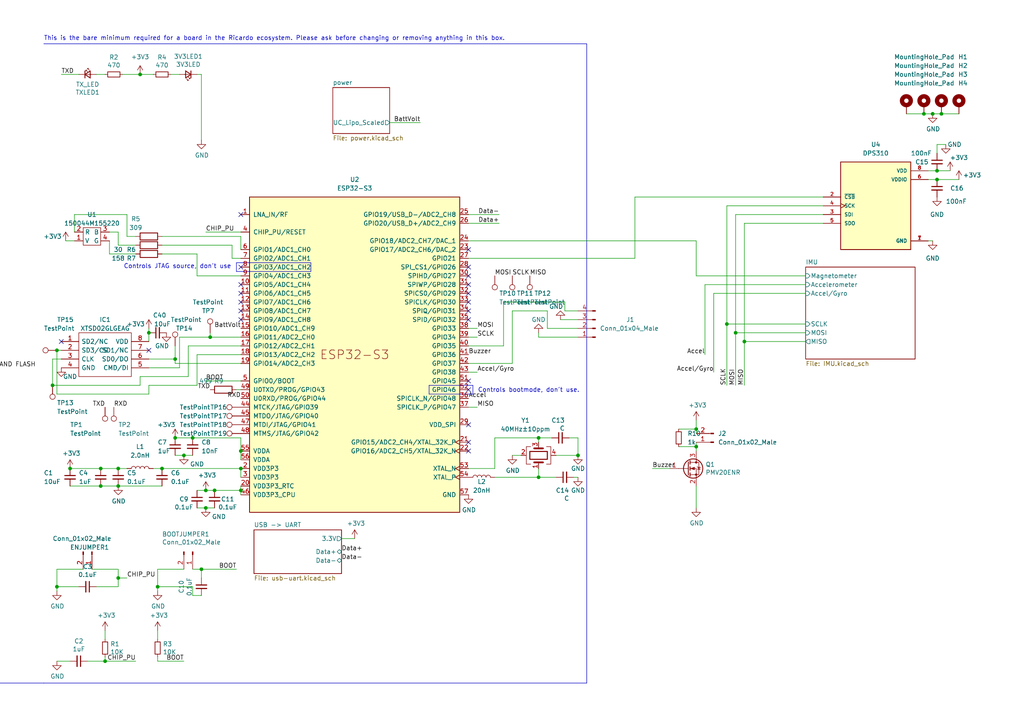
<source format=kicad_sch>
(kicad_sch (version 20230121) (generator eeschema)
  (paper "A4")
  (lib_symbols
    (symbol "Connector:Conn_01x02_Male" (pin_names (offset 1.016) hide)
      (property "Reference" "J" (at 0 2.54 0))
      (property "Value" "Conn_01x02_Male" (at 0 -5.08 0))
      (symbol "Conn_01x02_Male_1_1"
        (polyline (pts (xy 1.27 -2.54) (xy 0.8636 -2.54)) (stroke (width 0.1524)))
        (polyline (pts (xy 1.27 0) (xy 0.8636 0)) (stroke (width 0.1524)))
        (rectangle (start 0.8636 -2.413) (end 0 -2.667) (stroke (width 0.1524)) (fill (type outline)))
        (rectangle (start 0.8636 0.127) (end 0 -0.127) (stroke (width 0.1524)) (fill (type outline)))
        (pin passive line (at 5.08 0 180) (length 3.81) (name "Pin_1") (number "1"))
        (pin passive line (at 5.08 -2.54 180) (length 3.81) (name "Pin_2") (number "2"))
      )
    )
    (symbol "Connector:Conn_01x04_Male" (pin_names (offset 1.016) hide)
      (property "Reference" "J" (at 0 5.08 0))
      (property "Value" "Conn_01x04_Male" (at 0 -7.62 0))
      (symbol "Conn_01x04_Male_1_1"
        (polyline (pts (xy 1.27 -5.08) (xy 0.8636 -5.08)) (stroke (width 0.1524)))
        (polyline (pts (xy 1.27 -2.54) (xy 0.8636 -2.54)) (stroke (width 0.1524)))
        (polyline (pts (xy 1.27 0) (xy 0.8636 0)) (stroke (width 0.1524)))
        (polyline (pts (xy 1.27 2.54) (xy 0.8636 2.54)) (stroke (width 0.1524)))
        (rectangle (start 0.8636 -4.953) (end 0 -5.207) (stroke (width 0.1524)) (fill (type outline)))
        (rectangle (start 0.8636 -2.413) (end 0 -2.667) (stroke (width 0.1524)) (fill (type outline)))
        (rectangle (start 0.8636 0.127) (end 0 -0.127) (stroke (width 0.1524)) (fill (type outline)))
        (rectangle (start 0.8636 2.667) (end 0 2.413) (stroke (width 0.1524)) (fill (type outline)))
        (pin passive line (at 5.08 2.54 180) (length 3.81) (name "Pin_1") (number "1"))
        (pin passive line (at 5.08 0 180) (length 3.81) (name "Pin_2") (number "2"))
        (pin passive line (at 5.08 -2.54 180) (length 3.81) (name "Pin_3") (number "3"))
        (pin passive line (at 5.08 -5.08 180) (length 3.81) (name "Pin_4") (number "4"))
      )
    )
    (symbol "Connector:TestPoint" (pin_numbers hide) (pin_names (offset 0.762) hide)
      (property "Reference" "TP" (at 0 6.858 0))
      (property "Value" "TestPoint" (at 0 5.08 0))
      (symbol "TestPoint_0_1"
        (circle (center 0 3.302) (radius 0.762))
      )
      (symbol "TestPoint_1_1"
        (pin passive line (at 0 0 90) (length 2.54) (name "1") (number "1"))
      )
    )
    (symbol "Custom_Components:DPS310" (pin_names (offset 1.016))
      (property "Reference" "U" (at -1.27 13.97 0))
      (property "Value" "DPS310" (at -3.81 19.05 0))
      (symbol "DPS310_0_0"
        (rectangle (start -10.16 -12.7) (end 10.16 12.7) (stroke (width 0.254)) (fill (type background)))
        (pin power_in line (at 15.24 -10.16 180) (length 5.08) (name "GND") (number "1"))
        (pin input line (at -15.24 2.54 0) (length 5.08) (name "~{CSB}") (number "2"))
        (pin bidirectional line (at -15.24 -2.54 0) (length 5.08) (name "SDI") (number "3"))
        (pin input clock (at -15.24 0 0) (length 5.08) (name "SCK") (number "4"))
        (pin output line (at -15.24 -5.08 0) (length 5.08) (name "SDO") (number "5"))
        (pin power_in line (at 15.24 7.62 180) (length 5.08) (name "VDDIO") (number "6"))
        (pin power_in line (at 15.24 -10.16 180) (length 5.08) (name "GND") (number "7"))
        (pin power_in line (at 15.24 10.16 180) (length 5.08) (name "VDD") (number "8"))
      )
    )
    (symbol "Device:C_Small" (pin_numbers hide) (pin_names (offset 0.254) hide)
      (property "Reference" "C" (at 0.254 1.778 0))
      (property "Value" "C_Small" (at 0.254 -2.032 0))
      (symbol "C_Small_0_1"
        (polyline (pts (xy -1.524 -0.508) (xy 1.524 -0.508)) (stroke (width 0.3302)))
        (polyline (pts (xy -1.524 0.508) (xy 1.524 0.508)) (stroke (width 0.3048)))
      )
      (symbol "C_Small_1_1"
        (pin passive line (at 0 2.54 270) (length 2.032) (name "~") (number "1"))
        (pin passive line (at 0 -2.54 90) (length 2.032) (name "~") (number "2"))
      )
    )
    (symbol "Device:Crystal_GND24" (pin_names (offset 1.016) hide)
      (property "Reference" "Y" (at 3.175 5.08 0))
      (property "Value" "Crystal_GND24" (at 3.175 3.175 0))
      (symbol "Crystal_GND24_0_1"
        (rectangle (start -1.143 2.54) (end 1.143 -2.54) (stroke (width 0.3048)))
        (polyline (pts (xy -2.54 0) (xy -2.032 0)))
        (polyline (pts (xy -2.032 -1.27) (xy -2.032 1.27)) (stroke (width 0.508)))
        (polyline (pts (xy 0 -3.81) (xy 0 -3.556)))
        (polyline (pts (xy 0 3.556) (xy 0 3.81)))
        (polyline (pts (xy 2.032 -1.27) (xy 2.032 1.27)) (stroke (width 0.508)))
        (polyline (pts (xy 2.032 0) (xy 2.54 0)))
        (polyline (pts (xy -2.54 -2.286) (xy -2.54 -3.556) (xy 2.54 -3.556) (xy 2.54 -2.286)))
        (polyline (pts (xy -2.54 2.286) (xy -2.54 3.556) (xy 2.54 3.556) (xy 2.54 2.286)))
      )
      (symbol "Crystal_GND24_1_1"
        (pin passive line (at -3.81 0 0) (length 1.27) (name "1") (number "1"))
        (pin passive line (at 0 5.08 270) (length 1.27) (name "2") (number "2"))
        (pin passive line (at 3.81 0 180) (length 1.27) (name "3") (number "3"))
        (pin passive line (at 0 -5.08 90) (length 1.27) (name "4") (number "4"))
      )
    )
    (symbol "Device:L" (pin_numbers hide) (pin_names (offset 1.016) hide)
      (property "Reference" "L" (at -1.27 0 90))
      (property "Value" "L" (at 1.905 0 90))
      (symbol "L_0_1"
        (arc (start 0 -2.54) (mid 0.6323 -1.905) (end 0 -1.27))
        (arc (start 0 -1.27) (mid 0.6323 -0.635) (end 0 0))
        (arc (start 0 0) (mid 0.6323 0.635) (end 0 1.27))
        (arc (start 0 1.27) (mid 0.6323 1.905) (end 0 2.54))
      )
      (symbol "L_1_1"
        (pin passive line (at 0 3.81 270) (length 1.27) (name "1") (number "1"))
        (pin passive line (at 0 -3.81 90) (length 1.27) (name "2") (number "2"))
      )
    )
    (symbol "Device:LED_Small" (pin_numbers hide) (pin_names (offset 0.254) hide)
      (property "Reference" "D" (at -1.27 3.175 0))
      (property "Value" "LED_Small" (at -4.445 -2.54 0))
      (symbol "LED_Small_0_1"
        (polyline (pts (xy -0.762 -1.016) (xy -0.762 1.016)) (stroke (width 0.254)))
        (polyline (pts (xy 1.016 0) (xy -0.762 0)))
        (polyline (pts (xy 0.762 -1.016) (xy -0.762 0) (xy 0.762 1.016) (xy 0.762 -1.016)) (stroke (width 0.254)))
        (polyline (pts (xy 0 0.762) (xy -0.508 1.27) (xy -0.254 1.27) (xy -0.508 1.27) (xy -0.508 1.016)))
        (polyline (pts (xy 0.508 1.27) (xy 0 1.778) (xy 0.254 1.778) (xy 0 1.778) (xy 0 1.524)))
      )
      (symbol "LED_Small_1_1"
        (pin passive line (at -2.54 0 0) (length 1.778) (name "K") (number "1"))
        (pin passive line (at 2.54 0 180) (length 1.778) (name "A") (number "2"))
      )
    )
    (symbol "Device:Q_NMOS_GSD" (pin_names (offset 0) hide)
      (property "Reference" "Q" (at 5.08 1.27 0))
      (property "Value" "Q_NMOS_GSD" (at 5.08 -1.27 0))
      (symbol "Q_NMOS_GSD_0_1"
        (polyline (pts (xy 0.254 0) (xy -2.54 0)))
        (polyline (pts (xy 0.254 1.905) (xy 0.254 -1.905)) (stroke (width 0.254)))
        (polyline (pts (xy 0.762 -1.27) (xy 0.762 -2.286)) (stroke (width 0.254)))
        (polyline (pts (xy 0.762 0.508) (xy 0.762 -0.508)) (stroke (width 0.254)))
        (polyline (pts (xy 0.762 2.286) (xy 0.762 1.27)) (stroke (width 0.254)))
        (polyline (pts (xy 2.54 2.54) (xy 2.54 1.778)))
        (polyline (pts (xy 2.54 -2.54) (xy 2.54 0) (xy 0.762 0)))
        (polyline (pts (xy 0.762 -1.778) (xy 3.302 -1.778) (xy 3.302 1.778) (xy 0.762 1.778)))
        (polyline (pts (xy 1.016 0) (xy 2.032 0.381) (xy 2.032 -0.381) (xy 1.016 0)) (fill (type outline)))
        (polyline (pts (xy 2.794 0.508) (xy 2.921 0.381) (xy 3.683 0.381) (xy 3.81 0.254)))
        (polyline (pts (xy 3.302 0.381) (xy 2.921 -0.254) (xy 3.683 -0.254) (xy 3.302 0.381)))
        (circle (center 1.651 0) (radius 2.794) (stroke (width 0.254)))
        (circle (center 2.54 -1.778) (radius 0.254) (fill (type outline)))
        (circle (center 2.54 1.778) (radius 0.254) (fill (type outline)))
      )
      (symbol "Q_NMOS_GSD_1_1"
        (pin input line (at -5.08 0 0) (length 2.54) (name "G") (number "1"))
        (pin passive line (at 2.54 -5.08 90) (length 2.54) (name "S") (number "2"))
        (pin passive line (at 2.54 5.08 270) (length 2.54) (name "D") (number "3"))
      )
    )
    (symbol "Device:R" (pin_numbers hide) (pin_names (offset 0))
      (property "Reference" "R" (at 2.032 0 90))
      (property "Value" "R" (at 0 0 90))
      (symbol "R_0_1"
        (rectangle (start -1.016 -2.54) (end 1.016 2.54) (stroke (width 0.254)))
      )
      (symbol "R_1_1"
        (pin passive line (at 0 3.81 270) (length 1.27) (name "~") (number "1"))
        (pin passive line (at 0 -3.81 90) (length 1.27) (name "~") (number "2"))
      )
    )
    (symbol "Device:R_Small" (pin_numbers hide) (pin_names (offset 0.254) hide)
      (property "Reference" "R" (at 0.762 0.508 0))
      (property "Value" "R_Small" (at 0.762 -1.016 0))
      (symbol "R_Small_0_1"
        (rectangle (start -0.762 1.778) (end 0.762 -1.778) (stroke (width 0.2032)))
      )
      (symbol "R_Small_1_1"
        (pin passive line (at 0 2.54 270) (length 0.762) (name "~") (number "1"))
        (pin passive line (at 0 -2.54 90) (length 0.762) (name "~") (number "2"))
      )
    )
    (symbol "Espressif:ESP32-S3" (pin_names (offset 1.016))
      (property "Reference" "U" (at 0 48.26 0))
      (property "Value" "ESP32-S3" (at 0 -48.26 0))
      (symbol "ESP32-S3_0_0"
        (text "ESP32-S3" (at 0 0 0) (effects (font (size 2.54 2.54))))
        (pin bidirectional line (at 33.02 -12.7 180) (length 2.54) (name "SPICLK_N/GPIO48") (number "36"))
        (pin bidirectional line (at 33.02 -15.24 180) (length 2.54) (name "SPICLK_P/GPIO47") (number "37"))
      )
      (symbol "ESP32-S3_0_1"
        (rectangle (start -30.48 45.72) (end 30.48 -45.72) (stroke (width 0.254)) (fill (type background)))
      )
      (symbol "ESP32-S3_1_1"
        (pin bidirectional line (at -33.02 40.64 0) (length 2.54) (name "LNA_IN/RF") (number "1"))
        (pin bidirectional line (at -33.02 20.32 0) (length 2.54) (name "GPIO5/ADC1_CH4") (number "10"))
        (pin bidirectional line (at -33.02 17.78 0) (length 2.54) (name "GPIO6/ADC1_CH5") (number "11"))
        (pin bidirectional line (at -33.02 15.24 0) (length 2.54) (name "GPIO7/ADC1_CH6") (number "12"))
        (pin bidirectional line (at -33.02 12.7 0) (length 2.54) (name "GPIO8/ADC1_CH7") (number "13"))
        (pin bidirectional line (at -33.02 10.16 0) (length 2.54) (name "GPIO9/ADC1_CH8") (number "14"))
        (pin bidirectional line (at -33.02 7.62 0) (length 2.54) (name "GPIO10/ADC1_CH9") (number "15"))
        (pin bidirectional line (at -33.02 5.08 0) (length 2.54) (name "GPIO11/ADC2_CH0") (number "16"))
        (pin bidirectional line (at -33.02 2.54 0) (length 2.54) (name "GPIO12/ADC2_CH1") (number "17"))
        (pin bidirectional line (at -33.02 0 0) (length 2.54) (name "GPIO13/ADC2_CH2") (number "18"))
        (pin bidirectional line (at -33.02 -2.54 0) (length 2.54) (name "GPIO14/ADC2_CH3") (number "19"))
        (pin power_in line (at -33.02 -33.02 0) (length 2.54) (name "VDD3P3") (number "2"))
        (pin power_in line (at -33.02 -38.1 0) (length 2.54) (name "VDD3P3_RTC") (number "20"))
        (pin input clock (at 33.02 -25.4 180) (length 2.54) (name "GPIO15/ADC2_CH4/XTAL_32K_P") (number "21"))
        (pin output clock (at 33.02 -27.94 180) (length 2.54) (name "GPIO16/ADC2_CH5/XTAL_32K_N") (number "22"))
        (pin bidirectional line (at 33.02 30.48 180) (length 2.54) (name "GPIO17/ADC2_CH6/DAC_2") (number "23"))
        (pin bidirectional line (at 33.02 33.02 180) (length 2.54) (name "GPIO18/ADC2_CH7/DAC_1") (number "24"))
        (pin bidirectional line (at 33.02 40.64 180) (length 2.54) (name "GPIO19/USB_D-/ADC2_CH8") (number "25"))
        (pin bidirectional line (at 33.02 38.1 180) (length 2.54) (name "GPIO20/USB_D+/ADC2_CH9") (number "26"))
        (pin bidirectional line (at 33.02 27.94 180) (length 2.54) (name "GPIO21") (number "27"))
        (pin bidirectional line (at 33.02 25.4 180) (length 2.54) (name "SPI_CS1/GPIO26") (number "28"))
        (pin power_out line (at 33.02 -20.32 180) (length 2.54) (name "VDD_SPI") (number "29"))
        (pin power_in line (at -33.02 -35.56 0) (length 2.54) (name "VDD3P3") (number "3"))
        (pin bidirectional line (at 33.02 22.86 180) (length 2.54) (name "SPIHD/GPIO27") (number "30"))
        (pin bidirectional line (at 33.02 20.32 180) (length 2.54) (name "SPIWP/GPIO28") (number "31"))
        (pin bidirectional line (at 33.02 17.78 180) (length 2.54) (name "SPICS0/GPIO29") (number "32"))
        (pin bidirectional line (at 33.02 15.24 180) (length 2.54) (name "SPICLK/GPIO30") (number "33"))
        (pin bidirectional line (at 33.02 12.7 180) (length 2.54) (name "SPIQ/GPIO31") (number "34"))
        (pin bidirectional line (at 33.02 10.16 180) (length 2.54) (name "SPID/GPIO32") (number "35"))
        (pin bidirectional line (at 33.02 7.62 180) (length 2.54) (name "GPIO33") (number "38"))
        (pin bidirectional line (at 33.02 5.08 180) (length 2.54) (name "GPIO34") (number "39"))
        (pin input line (at -33.02 35.56 0) (length 2.54) (name "CHIP_PU/RESET") (number "4"))
        (pin bidirectional line (at 33.02 2.54 180) (length 2.54) (name "GPIO35") (number "40"))
        (pin bidirectional line (at 33.02 0 180) (length 2.54) (name "GPIO36") (number "41"))
        (pin bidirectional line (at 33.02 -2.54 180) (length 2.54) (name "GPIO37") (number "42"))
        (pin bidirectional line (at 33.02 -5.08 180) (length 2.54) (name "GPIO38") (number "43"))
        (pin bidirectional line (at -33.02 -15.24 0) (length 2.54) (name "MTCK/JTAG/GPIO39") (number "44"))
        (pin bidirectional line (at -33.02 -17.78 0) (length 2.54) (name "MTDO/JTAG/GPIO40") (number "45"))
        (pin power_in line (at -33.02 -40.64 0) (length 2.54) (name "VDD3P3_CPU") (number "46"))
        (pin bidirectional line (at -33.02 -20.32 0) (length 2.54) (name "MTDI/JTAG/GPIO41") (number "47"))
        (pin bidirectional line (at -33.02 -22.86 0) (length 2.54) (name "MTMS/JTAG/GPIO42") (number "48"))
        (pin bidirectional line (at -33.02 -10.16 0) (length 2.54) (name "U0TXD/PROG/GPIO43") (number "49"))
        (pin bidirectional line (at -33.02 -7.62 0) (length 2.54) (name "GPIO0/BOOT") (number "5"))
        (pin bidirectional line (at -33.02 -12.7 0) (length 2.54) (name "U0RXD/PROG/GPIO44") (number "50"))
        (pin bidirectional line (at 33.02 -7.62 180) (length 2.54) (name "GPIO45") (number "51"))
        (pin bidirectional line (at 33.02 -10.16 180) (length 2.54) (name "GPIO46") (number "52"))
        (pin input clock (at 33.02 -33.02 180) (length 2.54) (name "XTAL_N") (number "53"))
        (pin output clock (at 33.02 -35.56 180) (length 2.54) (name "XTAL_P") (number "54"))
        (pin power_in line (at -33.02 -27.94 0) (length 2.54) (name "VDDA") (number "55"))
        (pin power_in line (at -33.02 -30.48 0) (length 2.54) (name "VDDA") (number "56"))
        (pin power_in line (at 33.02 -40.64 180) (length 2.54) (name "GND") (number "57"))
        (pin bidirectional line (at -33.02 30.48 0) (length 2.54) (name "GPIO1/ADC1_CH0") (number "6"))
        (pin bidirectional line (at -33.02 27.94 0) (length 2.54) (name "GPIO2/ADC1_CH1") (number "7"))
        (pin bidirectional line (at -33.02 25.4 0) (length 2.54) (name "GPIO3/ADC1_CH2") (number "8"))
        (pin bidirectional line (at -33.02 22.86 0) (length 2.54) (name "GPIO4/ADC1_CH3") (number "9"))
      )
    )
    (symbol "Mechanical:MountingHole_Pad" (pin_numbers hide) (pin_names (offset 1.016) hide)
      (property "Reference" "H" (at 0 6.35 0))
      (property "Value" "MountingHole_Pad" (at 0 4.445 0))
      (symbol "MountingHole_Pad_0_1"
        (circle (center 0 1.27) (radius 1.27) (stroke (width 1.27)))
      )
      (symbol "MountingHole_Pad_1_1"
        (pin input line (at 0 -2.54 90) (length 2.54) (name "1") (number "1"))
      )
    )
    (symbol "chest:XTSD08GLGEAG" (pin_names (offset 0.762))
      (property "Reference" "IC" (at 21.59 7.62 0))
      (property "Value" "XTSD08GLGEAG" (at 21.59 5.08 0))
      (symbol "XTSD08GLGEAG_0_0"
        (pin bidirectional line (at 0 0 0) (length 5.08) (name "SD2/NC") (number "1"))
        (pin bidirectional line (at 0 -2.54 0) (length 5.08) (name "SD3/CS") (number "2"))
        (pin input line (at 0 -5.08 0) (length 5.08) (name "CLK") (number "3"))
        (pin power_out line (at 0 -7.62 0) (length 5.08) (name "GND") (number "4"))
        (pin input line (at 25.4 -7.62 180) (length 5.08) (name "CMD/DI") (number "5"))
        (pin output line (at 25.4 -5.08 180) (length 5.08) (name "SD0/DO") (number "6"))
        (pin bidirectional line (at 25.4 -2.54 180) (length 5.08) (name "SD1/NC") (number "7"))
        (pin power_in line (at 25.4 0 180) (length 5.08) (name "VDD") (number "8"))
      )
      (symbol "XTSD08GLGEAG_0_1"
        (polyline (pts (xy 5.08 2.54) (xy 20.32 2.54) (xy 20.32 -10.16) (xy 5.08 -10.16) (xy 5.08 2.54)) (stroke (width 0.1524)))
      )
    )
    (symbol "iclr:150044M155220"
      (property "Reference" "U1" (at 0 6.35 0))
      (property "Value" "150044M155220" (at 0 3.81 0))
      (symbol "150044M155220_0_1"
        (rectangle (start -2.54 2.54) (end 2.54 -2.54))
      )
      (symbol "150044M155220_1_1"
        (pin power_in line (at -5.08 -1.27 0) (length 2.54) (name "V") (number "1"))
        (pin power_out line (at -5.08 1.27 0) (length 2.54) (name "R") (number "2"))
        (pin power_out line (at 5.08 1.27 180) (length 2.54) (name "B") (number "3"))
        (pin power_out line (at 5.08 -1.27 180) (length 2.54) (name "G") (number "4"))
      )
    )
    (symbol "power:+3.3V" (power) (pin_names (offset 0))
      (property "Value" "+3.3V" (at 0 3.556 0))
      (symbol "+3.3V_0_1"
        (polyline (pts (xy -0.762 1.27) (xy 0 2.54)))
        (polyline (pts (xy 0 0) (xy 0 2.54)))
        (polyline (pts (xy 0 2.54) (xy 0.762 1.27)))
      )
      (symbol "+3.3V_1_1"
        (pin power_in line (at 0 0 90) (length 0) hide (name "+3V3") (number "1"))
      )
    )
    (symbol "power:+3V3" (power) (pin_names (offset 0))
      (property "Value" "+3V3" (at 0 3.556 0))
      (symbol "+3V3_0_1"
        (polyline (pts (xy -0.762 1.27) (xy 0 2.54)))
        (polyline (pts (xy 0 0) (xy 0 2.54)))
        (polyline (pts (xy 0 2.54) (xy 0.762 1.27)))
      )
      (symbol "+3V3_1_1"
        (pin power_in line (at 0 0 90) (length 0) hide (name "+3V3") (number "1"))
      )
    )
    (symbol "power:GND" (power) (pin_names (offset 0))
      (property "Value" "GND" (at 0 -3.81 0))
      (symbol "GND_0_1"
        (polyline (pts (xy 0 0) (xy 0 -1.27) (xy 1.27 -1.27) (xy 0 -2.54) (xy -1.27 -1.27) (xy 0 -1.27)))
      )
      (symbol "GND_1_1"
        (pin power_in line (at 0 0 270) (length 0) hide (name "GND") (number "1"))
      )
    )
  )
  (junction (at 59.69 142.24))
  (junction (at 34.29 167.64))
  (junction (at 43.18 96.52))
  (junction (at 16.51 101.6))
  (junction (at 30.48 191.77))
  (junction (at 213.36 96.52))
  (junction (at 58.42 165.1))
  (junction (at 271.78 49.53))
  (junction (at 210.82 93.98))
  (junction (at 50.8 104.14))
  (junction (at 69.85 142.24))
  (junction (at 270.51 33.02))
  (junction (at 215.9 99.06))
  (junction (at 55.88 127))
  (junction (at 201.93 124.46))
  (junction (at 267.97 33.02))
  (junction (at 59.69 147.32))
  (junction (at 62.23 142.24))
  (junction (at 201.93 129.54))
  (junction (at 34.29 135.89))
  (junction (at 20.32 135.89))
  (junction (at 45.72 170.18))
  (junction (at 60.96 97.79))
  (junction (at 29.21 135.89))
  (junction (at 34.29 140.97))
  (junction (at 156.21 127))
  (junction (at 273.05 33.02))
  (junction (at 53.34 132.08))
  (junction (at 156.21 138.43))
  (junction (at 69.85 130.81))
  (junction (at 29.21 140.97))
  (junction (at 16.51 170.18))
  (junction (at 15.24 111.76))
  (junction (at 50.8 127))
  (junction (at 167.64 132.08))
  (junction (at 46.99 135.89))
  (junction (at 69.85 135.89))
  (junction (at 40.64 21.59))
  (junction (at 271.78 52.07))
  (no_connect (at 69.85 90.17))
  (no_connect (at 43.18 101.6))
  (no_connect (at 69.85 92.71))
  (no_connect (at 69.85 77.47))
  (no_connect (at 69.85 82.55))
  (no_connect (at 17.78 99.06))
  (no_connect (at 135.89 77.47))
  (no_connect (at 135.89 128.27))
  (no_connect (at 135.89 130.81))
  (no_connect (at 135.89 72.39))
  (no_connect (at 135.89 113.03))
  (no_connect (at 69.85 62.23))
  (no_connect (at 135.89 82.55))
  (no_connect (at 135.89 85.09))
  (no_connect (at 135.89 87.63))
  (no_connect (at 135.89 90.17))
  (no_connect (at 135.89 92.71))
  (no_connect (at 135.89 110.49))
  (no_connect (at 135.89 80.01))
  (no_connect (at 135.89 123.19))
  (no_connect (at 69.85 85.09))
  (no_connect (at 69.85 87.63))
  (wire (pts (xy 184.15 57.15) (xy 238.76 57.15)))
  (wire (pts (xy 67.31 74.93) (xy 69.85 74.93)))
  (wire (pts (xy 30.48 191.77) (xy 30.48 190.5)))
  (wire (pts (xy 135.89 62.23) (xy 144.78 62.23)))
  (wire (pts (xy 269.24 69.85) (xy 270.51 69.85)))
  (wire (pts (xy 201.93 69.85) (xy 201.93 80.01)))
  (wire (pts (xy 201.93 129.54) (xy 201.93 130.81)))
  (wire (pts (xy 135.89 97.79) (xy 138.43 97.79)))
  (wire (pts (xy 69.85 135.89) (xy 69.85 138.43)))
  (wire (pts (xy 167.64 95.25) (xy 158.75 95.25)))
  (polyline (pts (xy 90.17 78.74) (xy 68.58 78.74)))
  (polyline (pts (xy 68.58 76.2) (xy 68.58 78.74)))
  (wire (pts (xy 210.82 111.76) (xy 210.82 93.98)))
  (wire (pts (xy 50.8 105.41) (xy 69.85 105.41)))
  (wire (pts (xy 16.51 191.77) (xy 20.32 191.77)))
  (wire (pts (xy 54.61 109.22) (xy 40.64 109.22)))
  (wire (pts (xy 160.02 127) (xy 156.21 127)))
  (wire (pts (xy 45.72 165.1) (xy 53.34 165.1)))
  (wire (pts (xy 57.15 102.87) (xy 69.85 102.87)))
  (wire (pts (xy 58.42 21.59) (xy 57.15 21.59)))
  (wire (pts (xy 43.18 114.3) (xy 43.18 111.76)))
  (wire (pts (xy 43.18 111.76) (xy 57.15 111.76)))
  (wire (pts (xy 29.21 135.89) (xy 34.29 135.89)))
  (wire (pts (xy 271.78 49.53) (xy 275.59 49.53)))
  (wire (pts (xy 196.85 129.54) (xy 201.93 129.54)))
  (wire (pts (xy 143.51 138.43) (xy 156.21 138.43)))
  (wire (pts (xy 59.69 110.49) (xy 69.85 110.49)))
  (polyline (pts (xy -172.72 198.12) (xy 12.7 198.12)))
  (wire (pts (xy 34.29 67.31) (xy 31.75 67.31)))
  (wire (pts (xy 215.9 99.06) (xy 215.9 111.76)))
  (wire (pts (xy 16.51 101.6) (xy 16.51 114.3)))
  (wire (pts (xy 50.8 104.14) (xy 50.8 105.41)))
  (wire (pts (xy 16.51 170.18) (xy 16.51 171.45)))
  (wire (pts (xy 273.05 33.02) (xy 270.51 33.02)))
  (polyline (pts (xy 137.16 111.76) (xy 137.16 114.3)))
  (wire (pts (xy 68.58 113.03) (xy 69.85 113.03)))
  (wire (pts (xy 52.07 97.79) (xy 52.07 106.68)))
  (wire (pts (xy 27.94 21.59) (xy 30.48 21.59)))
  (wire (pts (xy 16.51 165.1) (xy 16.51 170.18)))
  (wire (pts (xy 135.89 74.93) (xy 184.15 74.93)))
  (wire (pts (xy 161.29 132.08) (xy 167.64 132.08)))
  (wire (pts (xy 34.29 71.12) (xy 39.37 71.12)))
  (wire (pts (xy 36.83 68.58) (xy 39.37 68.58)))
  (wire (pts (xy 271.78 52.07) (xy 278.13 52.07)))
  (wire (pts (xy 30.48 182.88) (xy 30.48 185.42)))
  (wire (pts (xy 57.15 147.32) (xy 59.69 147.32)))
  (polyline (pts (xy 68.58 76.2) (xy 90.17 76.2)))
  (wire (pts (xy 34.29 135.89) (xy 36.83 135.89)))
  (wire (pts (xy 69.85 142.24) (xy 69.85 143.51)))
  (wire (pts (xy 207.01 85.09) (xy 207.01 107.95)))
  (wire (pts (xy 43.18 104.14) (xy 50.8 104.14)))
  (wire (pts (xy 15.24 104.14) (xy 17.78 104.14)))
  (wire (pts (xy 62.23 142.24) (xy 69.85 142.24)))
  (wire (pts (xy 204.47 82.55) (xy 204.47 102.87)))
  (wire (pts (xy 53.34 132.08) (xy 55.88 132.08)))
  (wire (pts (xy 36.83 62.23) (xy 21.59 62.23)))
  (wire (pts (xy 143.51 135.89) (xy 143.51 127)))
  (wire (pts (xy 269.24 49.53) (xy 271.78 49.53)))
  (wire (pts (xy 156.21 127) (xy 156.21 128.27)))
  (wire (pts (xy 34.29 167.64) (xy 36.83 167.64)))
  (wire (pts (xy 210.82 59.69) (xy 238.76 59.69)))
  (wire (pts (xy 50.8 132.08) (xy 53.34 132.08)))
  (wire (pts (xy 146.05 100.33) (xy 135.89 100.33)))
  (wire (pts (xy 36.83 68.58) (xy 36.83 62.23)))
  (wire (pts (xy 43.18 99.06) (xy 43.18 96.52)))
  (polyline (pts (xy 124.46 111.76) (xy 124.46 114.3)))
  (wire (pts (xy 52.07 97.79) (xy 60.96 97.79)))
  (wire (pts (xy 21.59 62.23) (xy 21.59 67.31)))
  (polyline (pts (xy 12.7 12.7) (xy 170.18 12.7)))
  (wire (pts (xy 215.9 64.77) (xy 238.76 64.77)))
  (wire (pts (xy 215.9 99.06) (xy 233.68 99.06)))
  (wire (pts (xy 55.88 170.18) (xy 55.88 172.72)))
  (wire (pts (xy 167.64 90.17) (xy 163.83 90.17)))
  (wire (pts (xy 44.45 135.89) (xy 46.99 135.89)))
  (wire (pts (xy 16.51 101.6) (xy 17.78 101.6)))
  (wire (pts (xy 69.85 130.81) (xy 69.85 133.35)))
  (wire (pts (xy 201.93 121.92) (xy 201.93 124.46)))
  (wire (pts (xy 19.05 69.85) (xy 21.59 69.85)))
  (wire (pts (xy 22.86 170.18) (xy 16.51 170.18)))
  (wire (pts (xy 113.03 35.56) (xy 121.92 35.56)))
  (wire (pts (xy 34.29 67.31) (xy 34.29 71.12)))
  (wire (pts (xy 43.18 106.68) (xy 52.07 106.68)))
  (wire (pts (xy 213.36 96.52) (xy 233.68 96.52)))
  (wire (pts (xy 17.78 21.59) (xy 22.86 21.59)))
  (wire (pts (xy 270.51 33.02) (xy 267.97 33.02)))
  (wire (pts (xy 46.99 73.66) (xy 57.15 73.66)))
  (wire (pts (xy 55.88 170.18) (xy 45.72 170.18)))
  (wire (pts (xy 210.82 93.98) (xy 210.82 59.69)))
  (wire (pts (xy 58.42 165.1) (xy 58.42 167.64)))
  (wire (pts (xy 34.29 167.64) (xy 34.29 165.1)))
  (wire (pts (xy 278.13 33.02) (xy 273.05 33.02)))
  (wire (pts (xy 135.89 118.11) (xy 138.43 118.11)))
  (wire (pts (xy 207.01 85.09) (xy 233.68 85.09)))
  (wire (pts (xy 271.78 44.45) (xy 271.78 41.91)))
  (wire (pts (xy 29.21 140.97) (xy 34.29 140.97)))
  (wire (pts (xy 35.56 21.59) (xy 40.64 21.59)))
  (wire (pts (xy 167.64 92.71) (xy 162.56 92.71)))
  (wire (pts (xy 55.88 127) (xy 69.85 127)))
  (wire (pts (xy 57.15 111.76) (xy 57.15 102.87)))
  (wire (pts (xy 46.99 68.58) (xy 69.85 68.58)))
  (wire (pts (xy 46.99 71.12) (xy 67.31 71.12)))
  (wire (pts (xy 40.64 109.22) (xy 40.64 111.76)))
  (wire (pts (xy 148.59 90.17) (xy 148.59 105.41)))
  (wire (pts (xy 69.85 127) (xy 69.85 130.81)))
  (polyline (pts (xy 137.16 114.3) (xy 124.46 114.3)))
  (wire (pts (xy 269.24 52.07) (xy 271.78 52.07)))
  (wire (pts (xy 135.89 69.85) (xy 201.93 69.85)))
  (wire (pts (xy 213.36 62.23) (xy 238.76 62.23)))
  (wire (pts (xy 55.88 165.1) (xy 58.42 165.1)))
  (wire (pts (xy 25.4 191.77) (xy 30.48 191.77)))
  (wire (pts (xy 135.89 135.89) (xy 143.51 135.89)))
  (wire (pts (xy 45.72 170.18) (xy 45.72 171.45)))
  (wire (pts (xy 45.72 191.77) (xy 45.72 190.5)))
  (wire (pts (xy 34.29 167.64) (xy 34.29 170.18)))
  (wire (pts (xy 49.53 21.59) (xy 52.07 21.59)))
  (wire (pts (xy 184.15 74.93) (xy 184.15 57.15)))
  (wire (pts (xy 148.59 132.08) (xy 151.13 132.08)))
  (wire (pts (xy 210.82 93.98) (xy 233.68 93.98)))
  (wire (pts (xy 213.36 62.23) (xy 213.36 96.52)))
  (wire (pts (xy 58.42 21.59) (xy 58.42 40.64)))
  (wire (pts (xy 215.9 64.77) (xy 215.9 99.06)))
  (wire (pts (xy 161.29 138.43) (xy 156.21 138.43)))
  (wire (pts (xy 40.64 21.59) (xy 44.45 21.59)))
  (wire (pts (xy 201.93 80.01) (xy 233.68 80.01)))
  (wire (pts (xy 54.61 100.33) (xy 54.61 109.22)))
  (wire (pts (xy 57.15 80.01) (xy 69.85 80.01)))
  (wire (pts (xy 69.85 68.58) (xy 69.85 72.39)))
  (wire (pts (xy 59.69 67.31) (xy 69.85 67.31)))
  (wire (pts (xy 54.61 100.33) (xy 69.85 100.33)))
  (wire (pts (xy 156.21 97.79) (xy 167.64 97.79)))
  (wire (pts (xy 148.59 90.17) (xy 158.75 90.17)))
  (wire (pts (xy 213.36 96.52) (xy 213.36 111.76)))
  (wire (pts (xy 55.88 172.72) (xy 58.42 172.72)))
  (wire (pts (xy 53.34 191.77) (xy 45.72 191.77)))
  (wire (pts (xy 31.75 73.66) (xy 39.37 73.66)))
  (wire (pts (xy 31.75 69.85) (xy 31.75 73.66)))
  (wire (pts (xy 204.47 82.55) (xy 233.68 82.55)))
  (wire (pts (xy 148.59 105.41) (xy 135.89 105.41)))
  (wire (pts (xy 196.85 124.46) (xy 201.93 124.46)))
  (wire (pts (xy 40.64 111.76) (xy 15.24 111.76)))
  (wire (pts (xy 156.21 135.89) (xy 156.21 138.43)))
  (wire (pts (xy 60.96 97.79) (xy 69.85 97.79)))
  (polyline (pts (xy 90.17 76.2) (xy 90.17 78.74)))
  (wire (pts (xy 50.8 100.33) (xy 50.8 104.14)))
  (wire (pts (xy 143.51 127) (xy 156.21 127)))
  (wire (pts (xy 57.15 73.66) (xy 57.15 80.01)))
  (wire (pts (xy 99.06 156.21) (xy 102.87 156.21)))
  (wire (pts (xy 167.64 138.43) (xy 166.37 138.43)))
  (wire (pts (xy 20.32 135.89) (xy 29.21 135.89)))
  (wire (pts (xy 201.93 128.27) (xy 201.93 129.54)))
  (wire (pts (xy 167.64 127) (xy 167.64 132.08)))
  (wire (pts (xy 67.31 71.12) (xy 67.31 74.93)))
  (wire (pts (xy 15.24 111.76) (xy 15.24 104.14)))
  (polyline (pts (xy 124.46 111.76) (xy 137.16 111.76)))
  (wire (pts (xy 59.69 147.32) (xy 62.23 147.32)))
  (wire (pts (xy 267.97 33.02) (xy 262.89 33.02)))
  (wire (pts (xy 146.05 87.63) (xy 163.83 87.63)))
  (wire (pts (xy 194.31 135.89) (xy 189.23 135.89)))
  (wire (pts (xy 30.48 191.77) (xy 39.37 191.77)))
  (wire (pts (xy 58.42 165.1) (xy 68.58 165.1)))
  (wire (pts (xy 50.8 127) (xy 55.88 127)))
  (wire (pts (xy 201.93 140.97) (xy 201.93 147.32)))
  (wire (pts (xy 271.78 41.91) (xy 274.32 41.91)))
  (wire (pts (xy 46.99 135.89) (xy 69.85 135.89)))
  (wire (pts (xy 146.05 87.63) (xy 146.05 100.33)))
  (polyline (pts (xy 170.18 12.7) (xy 170.18 198.12)))
  (wire (pts (xy 158.75 95.25) (xy 158.75 90.17)))
  (wire (pts (xy 34.29 140.97) (xy 46.99 140.97)))
  (wire (pts (xy 156.21 97.79) (xy 156.21 96.52)))
  (wire (pts (xy 60.96 96.52) (xy 60.96 97.79)))
  (wire (pts (xy 16.51 114.3) (xy 43.18 114.3)))
  (wire (pts (xy 163.83 90.17) (xy 163.83 87.63)))
  (wire (pts (xy 135.89 64.77) (xy 144.78 64.77)))
  (wire (pts (xy 27.94 170.18) (xy 34.29 170.18)))
  (wire (pts (xy 45.72 165.1) (xy 45.72 170.18)))
  (wire (pts (xy 59.69 142.24) (xy 62.23 142.24)))
  (wire (pts (xy 57.15 142.24) (xy 59.69 142.24)))
  (wire (pts (xy 20.32 140.97) (xy 29.21 140.97)))
  (wire (pts (xy 69.85 142.24) (xy 69.85 140.97)))
  (wire (pts (xy 167.64 127) (xy 165.1 127)))
  (wire (pts (xy 26.67 165.1) (xy 34.29 165.1)))
  (wire (pts (xy 45.72 182.88) (xy 45.72 185.42)))
  (wire (pts (xy 16.51 165.1) (xy 24.13 165.1)))
  (wire (pts (xy 201.93 124.46) (xy 201.93 125.73)))
  (wire (pts (xy 138.43 107.95) (xy 135.89 107.95)))
  (wire (pts (xy 43.18 96.52) (xy 43.18 95.25)))
  (polyline (pts (xy 170.18 198.12) (xy 12.7 198.12)))
  (wire (pts (xy 135.89 95.25) (xy 138.43 95.25)))
  (text "Controls bootmode, don't use.\n" (at 138.5894 113.9757 0) (effects (font (size 1.27 1.27)) (justify left bottom)))
  (text "This is the bare minimum required for a board in the Ricardo ecosystem. Please ask before changing or removing anything in this box.\n\n" (at 12.7 13.97 0) (effects (font (size 1.27 1.27)) (justify left bottom)))
  (text "Controls JTAG source, don't use\n" (at 67.0857 78.0878 0) (effects (font (size 1.27 1.27)) (justify right bottom)))
  (label "MISO" (at 138.43 118.11 0))
  (label "This is the 2GB SPI NAND FLASH" (at -21.59 106.68 0))
  (label "TXD" (at 60.96 113.03 180))
  (label "CHIP_PU" (at 36.83 167.64 0))
  (label "TXD" (at 30.48 118.11 180))
  (label "Accel{slash}Gyro" (at 138.43 107.95 0))
  (label "RXD" (at 69.85 115.57 180))
  (label "SCLK" (at 138.43 97.79 0))
  (label "Accel{slash}Gyro" (at 207.01 107.95 180))
  (label "Data+" (at 99.06 160.02 0))
  (label "RXD" (at 33.02 118.11 0))
  (label "SCLK" (at 210.82 111.76 90))
  (label "Data-" (at 99.06 162.56 0))
  (label "BOOT" (at 53.34 191.77 180))
  (label "MISO" (at 153.67 80.01 0))
  (label "Accel" (at 135.89 115.57 0))
  (label "BOOT" (at 68.58 165.1 180))
  (label "MOSI" (at 138.43 95.25 0))
  (label "MISO" (at 215.9 111.76 90))
  (label "BattVolt" (at 69.85 95.25 180))
  (label "BOOT" (at 59.69 110.49 0))
  (label "Buzzer" (at 135.89 102.87 0))
  (label "MOSI" (at 143.51 80.01 0))
  (label "CHIP_PU" (at 59.69 67.31 0))
  (label "Data+" (at 144.78 64.77 180))
  (label "Data-" (at 144.78 62.23 180))
  (label "MOSI" (at 213.36 111.76 90))
  (label "Accel" (at 204.47 102.87 180))
  (label "BattVolt" (at 121.92 35.56 180))
  (label "TXD" (at 17.78 21.59 0))
  (label "Buzzer" (at 189.23 135.89 0))
  (label "CHIP_PU" (at 39.37 191.77 180))
  (label "SCLK" (at 148.59 80.01 0))
  (symbol (lib_id "power:+3.3V") (at 30.48 182.88 0) (unit 1)
    (property "Reference" "#PWR06" (effects hide))
    (property "Value" "+3.3V" (at 30.861 178.4858 0))
  )
  (symbol (lib_id "Device:R_Small") (at 30.48 187.96 0) (unit 1)
    (property "Reference" "R1" (at 31.9786 186.7916 0) (effects (justify left)))
    (property "Value" "10K" (at 31.9786 189.103 0) (effects (justify left)))
    (property "Footprint" "Resistor_SMD:R_0402_1005Metric" (effects hide))
  )
  (symbol (lib_id "Device:C_Small") (at 22.86 191.77 270) (unit 1)
    (property "Reference" "C2" (at 22.86 185.9534 90))
    (property "Value" "1uF" (at 22.86 188.2648 90))
    (property "Footprint" "Capacitor_SMD:C_0402_1005Metric" (effects hide))
  )
  (symbol (lib_id "power:GND") (at 16.51 191.77 0) (unit 1)
    (property "Reference" "#PWR02" (effects hide))
    (property "Value" "GND" (at 16.637 196.1642 0))
  )
  (symbol (lib_id "power:+3.3V") (at 45.72 182.88 0) (unit 1)
    (property "Reference" "#PWR011" (effects hide))
    (property "Value" "+3.3V" (at 46.101 178.4858 0))
  )
  (symbol (lib_id "Device:R_Small") (at 45.72 187.96 0) (unit 1)
    (property "Reference" "R3" (at 47.2186 186.7916 0) (effects (justify left)))
    (property "Value" "10K" (at 47.2186 189.103 0) (effects (justify left)))
    (property "Footprint" "Resistor_SMD:R_0402_1005Metric" (effects hide))
  )
  (symbol (lib_id "power:GND") (at 45.72 171.45 0) (unit 1)
    (property "Reference" "#PWR010" (effects hide))
    (property "Value" "GND" (at 45.847 175.8442 0))
  )
  (symbol (lib_id "Device:C_Small") (at 58.42 170.18 0) (unit 1)
    (property "Reference" "C10" (at 52.6034 170.18 90))
    (property "Value" "0.1uF" (at 54.9148 170.18 90))
    (property "Footprint" "Capacitor_SMD:C_0402_1005Metric" (effects hide))
  )
  (symbol (lib_id "power:GND") (at 16.51 171.45 0) (unit 1)
    (property "Reference" "#PWR01" (effects hide))
    (property "Value" "GND" (at 16.637 175.8442 0))
  )
  (symbol (lib_id "Device:C_Small") (at 25.4 170.18 270) (unit 1)
    (property "Reference" "C3" (at 25.4 164.3634 90))
    (property "Value" "0.1uF" (at 25.4 166.6748 90))
    (property "Footprint" "Capacitor_SMD:C_0402_1005Metric" (effects hide))
  )
  (symbol (lib_id "Device:LED_Small") (at 25.4 21.59 0) (unit 1)
    (property "Reference" "TXLED1" (at 25.4 26.797 0))
    (property "Value" "TX_LED" (at 25.4 24.4856 0))
    (property "Footprint" "Resistor_SMD:R_0402_1005Metric" (effects hide))
  )
  (symbol (lib_id "Device:R_Small") (at 33.02 21.59 270) (unit 1)
    (property "Reference" "R2" (at 33.02 16.6116 90))
    (property "Value" "470" (at 33.02 18.923 90))
    (property "Footprint" "Resistor_SMD:R_0402_1005Metric" (effects hide))
  )
  (symbol (lib_id "power:GND") (at 58.42 40.64 0) (unit 1)
    (property "Reference" "#PWR015" (effects hide))
    (property "Value" "GND" (at 58.547 45.0342 0))
  )
  (symbol (lib_id "Device:LED_Small") (at 54.61 21.59 180) (unit 1)
    (property "Reference" "3V3LED1" (at 54.61 16.383 0))
    (property "Value" "3V3LED" (at 54.61 18.6944 0))
    (property "Footprint" "Resistor_SMD:R_0402_1005Metric" (effects hide))
  )
  (symbol (lib_id "Device:R_Small") (at 46.99 21.59 270) (unit 1)
    (property "Reference" "R4" (at 46.99 16.6116 90))
    (property "Value" "470" (at 46.99 18.923 90))
    (property "Footprint" "Resistor_SMD:R_0402_1005Metric" (effects hide))
  )
  (symbol (lib_id "Connector:Conn_01x02_Male") (at 26.67 160.02 270) (unit 1)
    (property "Reference" "ENJUMPER1" (at 20.32 158.75 90) (effects (justify left)))
    (property "Value" "Conn_01x02_Male" (at 15.24 156.21 90) (effects (justify left)))
    (property "Footprint" "Connector_PinHeader_2.54mm:PinHeader_1x02_P2.54mm_Vertical" (effects hide))
  )
  (symbol (lib_id "Connector:Conn_01x02_Male") (at 55.88 160.02 270) (unit 1)
    (property "Reference" "BOOTJUMPER1" (at 46.99 154.94 90) (effects (justify left)))
    (property "Value" "Conn_01x02_Male" (at 46.99 157.2514 90) (effects (justify left)))
    (property "Footprint" "Connector_PinHeader_2.54mm:PinHeader_1x02_P2.54mm_Vertical" (effects hide))
  )
  (symbol (lib_id "power:+3.3V") (at 102.87 156.21 0) (unit 1)
    (property "Reference" "#PWR018" (effects hide))
    (property "Value" "+3.3V" (at 103.251 151.8158 0))
  )
  (symbol (lib_id "Device:C_Small") (at 45.72 96.52 90) (unit 1)
    (property "Reference" "C40" (at 48.26 91.44 90) (effects (justify left)))
    (property "Value" "10uF" (at 49.53 93.98 90) (effects (justify left)))
    (property "Footprint" "Capacitor_SMD:C_0402_1005Metric" (effects hide))
  )
  (symbol (lib_id "power:GND") (at 167.64 132.08 0) (unit 1)
    (property "Reference" "#PWR021" (effects hide))
    (property "Value" "GND" (at 167.64 135.89 0))
  )
  (symbol (lib_id "Device:C_Small") (at 271.78 46.99 0) (unit 1)
    (property "Reference" "C15" (at 265.43 46.99 0) (effects (justify left)))
    (property "Value" "100nF" (at 264.16 44.45 0) (effects (justify left)))
    (property "Footprint" "Capacitor_SMD:C_0402_1005Metric" (effects hide))
  )
  (symbol (lib_id "power:GND") (at 48.26 96.52 0) (unit 1)
    (property "Reference" "#PWR025" (effects hide))
    (property "Value" "GND" (at 46.99 100.33 0))
  )
  (symbol (lib_id "Connector:TestPoint") (at 16.51 101.6 90) (unit 1)
    (property "Reference" "TP15" (at 16.51 92.71 90) (effects (justify right)))
    (property "Value" "TestPoint" (at 12.7 95.25 90) (effects (justify right)))
    (property "Footprint" "TestPoint:TestPoint_Pad_D1.0mm" (effects hide))
  )
  (symbol (lib_id "power:GND") (at 34.29 140.97 0) (unit 1)
    (property "Reference" "#PWR07" (effects hide))
    (property "Value" "GND" (at 34.417 145.3642 0))
  )
  (symbol (lib_id "Connector:TestPoint") (at 69.85 125.73 90) (unit 1)
    (property "Reference" "TP19" (at 60.96 125.73 90) (effects (justify right)))
    (property "Value" "TestPoint" (at 52.07 125.73 90) (effects (justify right)))
    (property "Footprint" "TestPoint:TestPoint_Pad_D1.0mm" (effects hide))
  )
  (symbol (lib_id "Connector:TestPoint") (at 69.85 120.65 90) (unit 1)
    (property "Reference" "TP17" (at 60.96 120.65 90) (effects (justify right)))
    (property "Value" "TestPoint" (at 52.07 120.65 90) (effects (justify right)))
    (property "Footprint" "TestPoint:TestPoint_Pad_D1.0mm" (effects hide))
  )
  (symbol (lib_id "Device:C_Small") (at 55.88 129.54 0) (unit 1)
    (property "Reference" "C8" (at 58.42 128.2762 0) (effects (justify left)))
    (property "Value" "10nF" (at 58.42 130.8162 0) (effects (justify left)))
    (property "Footprint" "Capacitor_SMD:C_0402_1005Metric" (effects hide))
  )
  (symbol (lib_id "power:+3.3V") (at 50.8 127 0) (unit 1)
    (property "Reference" "#PWR013" (effects hide))
    (property "Value" "+3.3V" (at 48.26 123.19 0))
  )
  (symbol (lib_id "Connector:Conn_01x02_Male") (at 207.01 128.27 180) (unit 1)
    (property "Reference" "J2" (at 208.28 125.7299 0) (effects (justify right)))
    (property "Value" "Conn_01x02_Male" (at 208.28 128.2699 0) (effects (justify right)))
    (property "Footprint" "Connector_JST:JST_PH_B2B-PH-K_1x02_P2.00mm_Vertical" (effects hide))
  )
  (symbol (lib_id "Mechanical:MountingHole_Pad") (at 267.97 30.48 0) (unit 1)
    (property "Reference" "H2" (at 280.67 19.05 0) (effects (justify right)))
    (property "Value" "MountingHole_Pad" (at 276.86 21.59 0) (effects (justify right)))
    (property "Footprint" "MountingHole:MountingHole_3.2mm_M3_DIN965_Pad" (effects hide))
  )
  (symbol (lib_id "Device:C_Small") (at 50.8 129.54 0) (unit 1)
    (property "Reference" "C7" (at 45.72 128.27 0) (effects (justify left)))
    (property "Value" "1uF" (at 45.72 130.81 0) (effects (justify left)))
    (property "Footprint" "Capacitor_SMD:C_0402_1005Metric" (effects hide))
  )
  (symbol (lib_id "power:GND") (at 201.93 147.32 0) (unit 1)
    (property "Reference" "#PWR024" (effects hide))
    (property "Value" "GND" (at 202.057 151.7142 0))
  )
  (symbol (lib_id "power:GND") (at 162.56 92.71 180) (unit 1)
    (property "Reference" "#PWR04" (effects hide))
    (property "Value" "GND" (at 161.29 88.9 0))
  )
  (symbol (lib_id "Connector:TestPoint") (at 33.02 118.11 180) (unit 1)
    (property "Reference" "TP2" (at 34.29 123.19 0) (effects (justify right)))
    (property "Value" "TestPoint" (at 34.29 125.73 0) (effects (justify right)))
    (property "Footprint" "TestPoint:TestPoint_Pad_D1.0mm" (effects hide))
  )
  (symbol (lib_id "iclr:150044M155220") (at 26.67 68.58 0) (unit 1)
    (property "Reference" "U1" (at 26.67 62.23 0))
    (property "Value" "150044M155220" (at 26.67 64.77 0))
    (property "Footprint" "iclr:150044M155220" (effects hide))
  )
  (symbol (lib_id "power:GND") (at 17.78 106.68 0) (unit 1)
    (property "Reference" "#PWR072" (effects hide))
    (property "Value" "GND" (at 20.32 109.22 0))
  )
  (symbol (lib_id "Connector:TestPoint") (at 148.59 80.01 180) (unit 1)
    (property "Reference" "TP11" (at 149.86 85.09 0) (effects (justify right)))
    (property "Value" "TestPoint" (at 149.86 87.63 0) (effects (justify right)))
    (property "Footprint" "TestPoint:TestPoint_Pad_D1.0mm" (effects hide))
  )
  (symbol (lib_id "power:+3.3V") (at 201.93 121.92 0) (unit 1)
    (property "Reference" "#PWR023" (effects hide))
    (property "Value" "+3.3V" (at 202.311 117.5258 0))
  )
  (symbol (lib_id "power:GND") (at 271.78 57.15 0) (unit 1)
    (property "Reference" "#PWR029" (effects hide))
    (property "Value" "GND" (at 271.78 62.23 0))
  )
  (symbol (lib_id "Mechanical:MountingHole_Pad") (at 278.13 30.48 0) (unit 1)
    (property "Reference" "H4" (at 280.67 24.13 0) (effects (justify right)))
    (property "Value" "MountingHole_Pad" (at 276.86 16.51 0) (effects (justify right)))
    (property "Footprint" "MountingHole:MountingHole_3.2mm_M3_DIN965_Pad" (effects hide))
  )
  (symbol (lib_id "power:GND") (at 59.69 147.32 0) (unit 1)
    (property "Reference" "#PWR017" (effects hide))
    (property "Value" "GND" (at 63.5 149.86 0))
  )
  (symbol (lib_id "Device:R") (at 43.18 68.58 90) (unit 1)
    (property "Reference" "R5" (at 39.37 63.5 90))
    (property "Value" "309" (at 39.37 66.04 90))
    (property "Footprint" "Resistor_SMD:R_0402_1005Metric" (effects hide))
  )
  (symbol (lib_id "Connector:TestPoint") (at 15.24 111.76 180) (unit 1)
    (property "Reference" "TP13" (at 16.51 116.84 0) (effects (justify right)))
    (property "Value" "TestPoint" (at 16.51 119.38 0) (effects (justify right)))
    (property "Footprint" "TestPoint:TestPoint_Pad_D1.0mm" (effects hide))
  )
  (symbol (lib_id "Connector:TestPoint") (at 60.96 96.52 0) (unit 1)
    (property "Reference" "TP7" (at 62.23 90.17 0) (effects (justify right)))
    (property "Value" "TestPoint" (at 64.77 87.63 0) (effects (justify right)))
    (property "Footprint" "TestPoint:TestPoint_Pad_D1.0mm" (effects hide))
  )
  (symbol (lib_id "power:+3V3") (at 19.05 69.85 0) (unit 1)
    (property "Reference" "#PWR09" (effects hide))
    (property "Value" "+3V3" (at 15.24 68.58 0))
  )
  (symbol (lib_id "Connector:TestPoint") (at 69.85 118.11 90) (unit 1)
    (property "Reference" "TP16" (at 60.96 118.11 90) (effects (justify right)))
    (property "Value" "TestPoint" (at 52.07 118.11 90) (effects (justify right)))
    (property "Footprint" "TestPoint:TestPoint_Pad_D1.0mm" (effects hide))
  )
  (symbol (lib_id "chest:XTSD08GLGEAG") (at 17.78 99.06 0) (unit 1)
    (property "Reference" "IC1" (at 30.48 92.71 0))
    (property "Value" "XTSD02GLGEAG" (at 30.48 95.25 0))
    (property "Footprint" "iclr:SON127P800X600X95-8N" (effects hide))
    (property "Datasheet" "https://datasheet.lcsc.com/szlcsc/2005251034_XTX-XTSD08GLGEAG_C558840.pdf" (effects hide))
    (property "Description" "XTSD01G/XTSD02G/XTSD04G/XTSD08G SD NAND LGA8" (effects hide))
    (property "Height" "0.95" (effects hide))
    (property "Manufacturer_Name" "XTX" (effects hide))
    (property "Manufacturer_Part_Number" "XTSD08GLGEAG" (effects hide))
  )
  (symbol (lib_id "Connector:Conn_01x04_Male") (at 172.72 95.25 180) (unit 1)
    (property "Reference" "J1" (at 181.61 92.71 0) (effects (justify right)))
    (property "Value" "Conn_01x04_Male" (at 173.99 95.25 0) (effects (justify right)))
    (property "Footprint" "Connector_PinHeader_2.54mm:PinHeader_1x04_P2.54mm_Vertical" (effects hide))
  )
  (symbol (lib_id "Device:C_Small") (at 20.32 138.43 0) (unit 1)
    (property "Reference" "C1" (at 12.7 137.16 0) (effects (justify left)))
    (property "Value" "10uF" (at 12.7 139.7 0) (effects (justify left)))
    (property "Footprint" "Capacitor_SMD:C_0402_1005Metric" (effects hide))
  )
  (symbol (lib_id "Custom_Components:DPS310") (at 254 59.69 0) (unit 1)
    (property "Reference" "U4" (at 254 41.91 0))
    (property "Value" "DPS310" (at 254 44.45 0))
    (property "Footprint" "iclr:XDCR_DPS310" (effects hide))
    (property "AVAILABILITY" "Unavailable" (effects hide))
    (property "PRICE" "None" (effects hide))
    (property "MF" "Infineon" (effects hide))
    (property "DESCRIPTION" "Supply voltage range 1.7V to 3.6V | Operation range 300hPa 1200hPa | Sensors precision 0.005hPa | Relative accuracy 0.06hPa | Pressure temperature sensitivity of 0.5Pa/K | Temperature accuracy 0.5C" (effects hide))
    (property "PACKAGE" "LGA-8 Infineon" (effects hide))
    (property "MP" "DPS310XTSA1" (effects hide))
  )
  (symbol (lib_id "Device:C_Small") (at 57.15 144.78 0) (unit 1)
    (property "Reference" "C9" (at 53.34 144.78 0))
    (property "Value" "0.1uF" (at 53.34 147.0914 0))
    (property "Footprint" "Capacitor_SMD:C_0402_1005Metric" (effects hide))
  )
  (symbol (lib_id "Device:C_Small") (at 163.83 138.43 90) (unit 1)
    (property "Reference" "C14" (at 165.1 142.24 90) (effects (justify left)))
    (property "Value" "C" (at 165.1 144.5514 90) (effects (justify left)))
    (property "Footprint" "Capacitor_SMD:C_0402_1005Metric" (effects hide))
  )
  (symbol (lib_id "power:GND") (at 167.64 138.43 0) (unit 1)
    (property "Reference" "#PWR022" (effects hide))
    (property "Value" "GND" (at 167.64 142.24 0))
  )
  (symbol (lib_id "Device:R") (at 64.77 113.03 90) (unit 1)
    (property "Reference" "R9" (at 63.5 110.49 90))
    (property "Value" "499" (at 59.69 110.49 90))
    (property "Footprint" "Resistor_SMD:R_0402_1005Metric" (effects hide))
  )
  (symbol (lib_id "Device:C_Small") (at 34.29 138.43 0) (unit 1)
    (property "Reference" "C5" (at 36.83 137.1662 0) (effects (justify left)))
    (property "Value" "0.1uF" (at 36.83 139.7062 0) (effects (justify left)))
    (property "Footprint" "Capacitor_SMD:C_0402_1005Metric" (effects hide))
  )
  (symbol (lib_id "power:GND") (at 156.21 96.52 180) (unit 1)
    (property "Reference" "#PWR05" (effects hide))
    (property "Value" "GND" (at 156.21 92.71 0))
  )
  (symbol (lib_id "power:GND") (at 53.34 132.08 0) (unit 1)
    (property "Reference" "#PWR014" (effects hide))
    (property "Value" "GND" (at 57.15 134.62 0))
  )
  (symbol (lib_id "power:+3.3V") (at 278.13 52.07 0) (unit 1)
    (property "Reference" "#PWR032" (effects hide))
    (property "Value" "+3.3V" (at 281.94 50.8 0))
  )
  (symbol (lib_id "Connector:TestPoint") (at 30.48 118.11 180) (unit 1)
    (property "Reference" "TP1" (at 20.32 123.19 0) (effects (justify right)))
    (property "Value" "TestPoint" (at 20.32 125.73 0) (effects (justify right)))
    (property "Footprint" "TestPoint:TestPoint_Pad_D1.0mm" (effects hide))
  )
  (symbol (lib_id "Device:C_Small") (at 271.78 54.61 0) (unit 1)
    (property "Reference" "C16" (at 275.59 54.61 0) (effects (justify left)))
    (property "Value" "100nF" (at 274.32 58.42 0) (effects (justify left)))
    (property "Footprint" "Capacitor_SMD:C_0402_1005Metric" (effects hide))
  )
  (symbol (lib_id "Device:Q_NMOS_GSD") (at 199.39 135.89 0) (unit 1)
    (property "Reference" "Q1" (at 204.6224 134.7216 0) (effects (justify left)))
    (property "Value" "PMV20ENR" (at 204.6224 137.033 0) (effects (justify left)))
    (property "Footprint" "Package_TO_SOT_SMD:SOT-23" (effects hide))
  )
  (symbol (lib_id "power:GND") (at 274.32 41.91 0) (unit 1)
    (property "Reference" "#PWR030" (effects hide))
    (property "Value" "GND" (at 276.86 41.91 0))
  )
  (symbol (lib_id "Mechanical:MountingHole_Pad") (at 262.89 30.48 0) (unit 1)
    (property "Reference" "H1" (at 280.67 16.51 0) (effects (justify right)))
    (property "Value" "MountingHole_Pad" (at 276.86 24.13 0) (effects (justify right)))
    (property "Footprint" "MountingHole:MountingHole_3.2mm_M3_DIN965_Pad" (effects hide))
  )
  (symbol (lib_id "Device:R") (at 43.18 73.66 90) (unit 1)
    (property "Reference" "R7" (at 38.1 74.93 90))
    (property "Value" "158" (at 34.29 74.93 90))
    (property "Footprint" "Resistor_SMD:R_0402_1005Metric" (effects hide))
  )
  (symbol (lib_id "Device:C_Small") (at 62.23 144.78 0) (unit 1)
    (property "Reference" "C11" (at 66.04 144.78 0))
    (property "Value" "0.1uF" (at 66.04 147.0914 0))
    (property "Footprint" "Capacitor_SMD:C_0402_1005Metric" (effects hide))
  )
  (symbol (lib_id "Device:C_Small") (at 162.56 127 90) (unit 1)
    (property "Reference" "C13" (at 163.83 121.92 90) (effects (justify left)))
    (property "Value" "C" (at 163.83 124.2314 90) (effects (justify left)))
    (property "Footprint" "Capacitor_SMD:C_0402_1005Metric" (effects hide))
  )
  (symbol (lib_id "power:GND") (at 270.51 69.85 0) (unit 1)
    (property "Reference" "#PWR028" (effects hide))
    (property "Value" "GND" (at 270.51 74.93 0))
  )
  (symbol (lib_id "power:GND") (at 148.59 132.08 0) (unit 1)
    (property "Reference" "#PWR020" (effects hide))
    (property "Value" "GND" (at 148.717 136.4742 0))
  )
  (symbol (lib_id "Device:R") (at 43.18 71.12 90) (unit 1)
    (property "Reference" "R6" (at 38.1 72.39 90))
    (property "Value" "30" (at 34.29 72.39 90))
    (property "Footprint" "Resistor_SMD:R_0402_1005Metric" (effects hide))
  )
  (symbol (lib_id "Connector:TestPoint") (at 153.67 80.01 180) (unit 1)
    (property "Reference" "TP12" (at 154.94 85.09 0) (effects (justify right)))
    (property "Value" "TestPoint" (at 154.94 87.63 0) (effects (justify right)))
    (property "Footprint" "TestPoint:TestPoint_Pad_D1.0mm" (effects hide))
  )
  (symbol (lib_id "Device:L") (at 139.7 138.43 90) (unit 1)
    (property "Reference" "L2" (at 139.7 139.7 90))
    (property "Value" "20nH" (at 139.7 142.24 90))
    (property "Footprint" "Inductor_SMD:L_0402_1005Metric" (effects hide))
  )
  (symbol (lib_id "Device:R_Small") (at 196.85 127 0) (unit 1)
    (property "Reference" "R10" (at 199.39 125.7299 0) (effects (justify left)))
    (property "Value" "1k" (at 199.39 128.2699 0) (effects (justify left)))
    (property "Footprint" "Resistor_SMD:R_0402_1005Metric" (effects hide))
  )
  (symbol (lib_id "power:+3.3V") (at 59.69 142.24 0) (unit 1)
    (property "Reference" "#PWR016" (effects hide))
    (property "Value" "+3.3V" (at 60.071 137.8458 0))
  )
  (symbol (lib_id "power:+3.3V") (at 43.18 95.25 0) (unit 1)
    (property "Reference" "#PWR073" (effects hide))
    (property "Value" "+3.3V" (at 39.37 93.98 0))
  )
  (symbol (lib_id "power:+3.3V") (at 275.59 49.53 0) (unit 1)
    (property "Reference" "#PWR031" (effects hide))
    (property "Value" "+3.3V" (at 278.13 45.72 0))
  )
  (symbol (lib_id "Connector:TestPoint") (at 143.51 80.01 180) (unit 1)
    (property "Reference" "TP10" (at 144.78 85.09 0) (effects (justify right)))
    (property "Value" "TestPoint" (at 144.78 87.63 0) (effects (justify right)))
    (property "Footprint" "TestPoint:TestPoint_Pad_D1.0mm" (effects hide))
  )
  (symbol (lib_id "power:+3V3") (at 40.64 21.59 0) (unit 1)
    (property "Reference" "#PWR012" (effects hide))
    (property "Value" "+3V3" (at 40.64 16.51 0))
  )
  (symbol (lib_id "Device:L") (at 40.64 135.89 90) (unit 1)
    (property "Reference" "L1" (at 40.64 129.54 90))
    (property "Value" "2.0nH" (at 40.64 132.08 90))
    (property "Footprint" "Inductor_SMD:L_0402_1005Metric" (effects hide))
  )
  (symbol (lib_id "power:+3.3V") (at 20.32 135.89 0) (unit 1)
    (property "Reference" "#PWR03" (effects hide))
    (property "Value" "+3.3V" (at 20.701 131.4958 0))
  )
  (symbol (lib_id "Espressif:ESP32-S3") (at 102.87 102.87 0) (unit 1)
    (property "Reference" "U2" (at 102.87 52.07 0))
    (property "Value" "ESP32-S3" (at 102.87 54.61 0))
    (property "Footprint" "iclr:QFN40P700X700X90-57N" (effects hide))
    (property "Datasheet" "https://www.espressif.com/sites/default/files/documentation/esp32-s3_datasheet_en.pdf" (effects hide))
  )
  (symbol (lib_id "Connector:TestPoint") (at 69.85 123.19 90) (unit 1)
    (property "Reference" "TP18" (at 60.96 123.19 90) (effects (justify right)))
    (property "Value" "TestPoint" (at 52.07 123.19 90) (effects (justify right)))
    (property "Footprint" "TestPoint:TestPoint_Pad_D1.0mm" (effects hide))
  )
  (symbol (lib_id "Mechanical:MountingHole_Pad") (at 273.05 30.48 0) (unit 1)
    (property "Reference" "H3" (at 280.67 21.59 0) (effects (justify right)))
    (property "Value" "MountingHole_Pad" (at 276.86 19.05 0) (effects (justify right)))
    (property "Footprint" "MountingHole:MountingHole_3.2mm_M3_DIN965_Pad" (effects hide))
  )
  (symbol (lib_id "power:GND") (at 270.51 33.02 0) (unit 1)
    (property "Reference" "#PWR027" (effects hide))
    (property "Value" "GND" (at 270.637 37.4142 0))
  )
  (symbol (lib_id "Device:Crystal_GND24") (at 156.21 132.08 90) (unit 1)
    (property "Reference" "Y1" (at 152.4 121.92 90))
    (property "Value" "40MHz±10ppm" (at 152.4 124.46 90))
    (property "Footprint" "Crystal:Crystal_SMD_2016-4Pin_2.0x1.6mm" (effects hide))
  )
  (symbol (lib_id "Device:C_Small") (at 29.21 138.43 0) (unit 1)
    (property "Reference" "C4" (at 22.86 137.16 0) (effects (justify left)))
    (property "Value" "1uF" (at 22.86 139.7 0) (effects (justify left)))
    (property "Footprint" "Capacitor_SMD:C_0402_1005Metric" (effects hide))
  )
  (symbol (lib_id "power:GND") (at 135.89 143.51 0) (unit 1)
    (property "Reference" "#PWR019" (effects hide))
    (property "Value" "GND" (at 136.017 147.9042 0))
  )
  (symbol (lib_id "Connector:TestPoint") (at 50.8 100.33 0) (unit 1)
    (property "Reference" "TP14" (at 55.88 95.25 0) (effects (justify right)))
    (property "Value" "TestPoint" (at 58.42 92.71 0) (effects (justify right)))
    (property "Footprint" "TestPoint:TestPoint_Pad_D1.0mm" (effects hide))
  )
  (symbol (lib_id "Device:C_Small") (at 46.99 138.43 0) (unit 1)
    (property "Reference" "C6" (at 49.53 137.1662 0) (effects (justify left)))
    (property "Value" "0.1uF" (at 49.53 139.7062 0) (effects (justify left)))
    (property "Footprint" "Capacitor_SMD:C_0402_1005Metric" (effects hide))
  )
  (sheet (at 73.66 153.67) (size 25.4 12.7)
    (property "Sheetname" "USB -> UART" (at 73.66 152.9584 0) (effects (justify left bottom)))
    (property "Sheetfile" "usb-uart.kicad_sch" (at 73.66 166.9546 0) (effects (justify left top)))
    (pin "3.3V" output (at 99.06 156.21 0))
    (pin "Data+" bidirectional (at 99.06 160.02 0))
    (pin "Data-" bidirectional (at 99.06 162.56 0))
  )
  (sheet (at 233.68 77.47) (size 31.75 26.67) (stroke (width 0.1524))
    (property "Sheetname" "IMU" (at 233.68 76.7584 0) (effects (justify left bottom)))
    (property "Sheetfile" "IMU.kicad_sch" (at 233.68 104.7246 0) (effects (justify left top)))
    (pin "MISO" output (at 233.68 99.06 180))
    (pin "MOSI" input (at 233.68 96.52 180))
    (pin "SCLK" input (at 233.68 93.98 180))
    (pin "Magnetometer" input (at 233.68 80.01 180))
    (pin "Accel{slash}Gyro" input (at 233.68 85.09 180))
    (pin "Accelerometer" input (at 233.68 82.55 180))
  )
  (sheet (at 96.52 25.4) (size 16.51 13.335) (stroke (width 0.1524))
    (property "Sheetname" "power" (at 96.52 24.6884 0) (effects (justify left bottom)))
    (property "Sheetfile" "power.kicad_sch" (at 96.52 39.3196 0) (effects (justify left top)))
    (pin "UC_Lipo_Scaled" output (at 113.03 35.56 0))
  )
)
</source>
